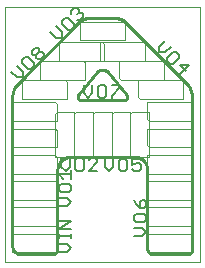
<source format=gto>
G75*
%MOIN*%
%OFA0B0*%
%FSLAX24Y24*%
%IPPOS*%
%LPD*%
%AMOC8*
5,1,8,0,0,1.08239X$1,22.5*
%
%ADD10C,0.0000*%
%ADD11C,0.0100*%
%ADD12C,0.0040*%
%ADD13C,0.0080*%
D10*
X002392Y002517D02*
X002392Y011017D01*
X008892Y011017D01*
X008892Y002517D01*
X002392Y002517D01*
D11*
X002642Y003046D02*
X002642Y008008D01*
X002825Y008450D02*
X004870Y010495D01*
X005224Y010642D02*
X006035Y010642D01*
X006430Y010478D02*
X008428Y008480D01*
X008642Y007965D02*
X008642Y002943D01*
X008640Y002918D01*
X008635Y002893D01*
X008626Y002869D01*
X008614Y002847D01*
X008599Y002827D01*
X008581Y002809D01*
X008561Y002794D01*
X008539Y002782D01*
X008515Y002773D01*
X008490Y002768D01*
X008465Y002766D01*
X008465Y002767D02*
X007318Y002767D01*
X007318Y002766D02*
X007293Y002768D01*
X007268Y002773D01*
X007244Y002782D01*
X007222Y002794D01*
X007202Y002809D01*
X007184Y002827D01*
X007169Y002847D01*
X007157Y002869D01*
X007148Y002893D01*
X007143Y002918D01*
X007141Y002943D01*
X007142Y002943D02*
X007142Y005566D01*
X007140Y005608D01*
X007134Y005649D01*
X007125Y005689D01*
X007112Y005729D01*
X007095Y005767D01*
X007074Y005803D01*
X007051Y005838D01*
X007024Y005870D01*
X006995Y005899D01*
X006963Y005926D01*
X006928Y005949D01*
X006892Y005970D01*
X006854Y005987D01*
X006814Y006000D01*
X006774Y006009D01*
X006733Y006015D01*
X006691Y006017D01*
X004592Y006017D01*
X004550Y006015D01*
X004509Y006009D01*
X004469Y006000D01*
X004429Y005987D01*
X004391Y005970D01*
X004355Y005949D01*
X004320Y005926D01*
X004288Y005899D01*
X004259Y005870D01*
X004232Y005838D01*
X004209Y005803D01*
X004188Y005767D01*
X004171Y005729D01*
X004158Y005689D01*
X004149Y005649D01*
X004143Y005608D01*
X004141Y005566D01*
X004142Y005566D02*
X004142Y002943D01*
X004140Y002918D01*
X004135Y002893D01*
X004126Y002869D01*
X004114Y002847D01*
X004099Y002827D01*
X004081Y002809D01*
X004061Y002794D01*
X004039Y002782D01*
X004015Y002773D01*
X003990Y002768D01*
X003965Y002766D01*
X003965Y002767D02*
X002921Y002767D01*
X002921Y002766D02*
X002890Y002768D01*
X002859Y002773D01*
X002829Y002782D01*
X002800Y002794D01*
X002772Y002809D01*
X002746Y002827D01*
X002723Y002848D01*
X002702Y002871D01*
X002684Y002897D01*
X002669Y002925D01*
X002657Y002954D01*
X002648Y002984D01*
X002643Y003015D01*
X002641Y003046D01*
X004943Y007892D02*
X006340Y007892D01*
X006361Y007894D01*
X006381Y007899D01*
X006400Y007908D01*
X006418Y007919D01*
X006433Y007934D01*
X006446Y007950D01*
X006455Y007969D01*
X006462Y007989D01*
X006465Y008010D01*
X006464Y008031D01*
X006460Y008052D01*
X006453Y008071D01*
X006442Y008089D01*
X006428Y008105D01*
X005818Y008840D01*
X005819Y008840D02*
X005796Y008860D01*
X005771Y008877D01*
X005745Y008891D01*
X005716Y008902D01*
X005687Y008909D01*
X005657Y008913D01*
X005627Y008913D01*
X005597Y008909D01*
X005568Y008902D01*
X005539Y008891D01*
X005513Y008877D01*
X005488Y008860D01*
X005465Y008840D01*
X004855Y008105D01*
X004841Y008089D01*
X004830Y008071D01*
X004823Y008052D01*
X004819Y008031D01*
X004818Y008010D01*
X004821Y007989D01*
X004828Y007969D01*
X004837Y007950D01*
X004850Y007934D01*
X004865Y007919D01*
X004883Y007908D01*
X004902Y007899D01*
X004922Y007894D01*
X004943Y007892D01*
X002825Y008450D02*
X002792Y008414D01*
X002761Y008375D01*
X002734Y008335D01*
X002710Y008292D01*
X002690Y008247D01*
X002673Y008201D01*
X002659Y008154D01*
X002650Y008106D01*
X002644Y008057D01*
X002642Y008008D01*
X004870Y010496D02*
X004903Y010525D01*
X004937Y010552D01*
X004974Y010575D01*
X005013Y010595D01*
X005053Y010612D01*
X005095Y010625D01*
X005137Y010634D01*
X005180Y010640D01*
X005224Y010642D01*
X006035Y010642D02*
X006079Y010640D01*
X006122Y010635D01*
X006165Y010627D01*
X006208Y010615D01*
X006249Y010599D01*
X006289Y010581D01*
X006327Y010560D01*
X006364Y010535D01*
X006398Y010508D01*
X006430Y010478D01*
X008428Y008480D02*
X008464Y008442D01*
X008497Y008402D01*
X008526Y008359D01*
X008553Y008314D01*
X008576Y008268D01*
X008596Y008220D01*
X008612Y008170D01*
X008625Y008120D01*
X008635Y008069D01*
X008640Y008017D01*
X008642Y007965D01*
D12*
X008642Y007829D02*
X008642Y007204D01*
X007204Y007204D01*
X007142Y007267D01*
X007142Y007829D01*
X008642Y007829D01*
X008329Y007954D02*
X006892Y007954D01*
X006829Y008017D01*
X006829Y008579D01*
X008329Y008579D01*
X008329Y007954D01*
X007704Y008579D02*
X006267Y008579D01*
X006204Y008642D01*
X006204Y009204D01*
X007704Y009204D01*
X007704Y008579D01*
X007079Y009204D02*
X005579Y009204D01*
X005579Y009829D01*
X007017Y009829D01*
X007079Y009767D01*
X007079Y009204D01*
X006392Y009892D02*
X004892Y009892D01*
X004892Y010517D01*
X006329Y010517D01*
X006392Y010454D01*
X006392Y009892D01*
X005704Y009767D02*
X005704Y009204D01*
X004204Y009204D01*
X004204Y009829D01*
X005642Y009829D01*
X005704Y009767D01*
X005079Y009142D02*
X005017Y009204D01*
X003579Y009204D01*
X003579Y008579D01*
X005079Y008579D01*
X005079Y009142D01*
X004454Y008517D02*
X004392Y008579D01*
X002954Y008579D01*
X002954Y007954D01*
X004454Y007954D01*
X004454Y008517D01*
X004079Y007829D02*
X004142Y007767D01*
X004142Y007204D01*
X002642Y007204D01*
X002642Y007829D01*
X004079Y007829D01*
X004142Y007517D02*
X004079Y007454D01*
X004079Y006017D01*
X004704Y006017D01*
X004704Y007517D01*
X004142Y007517D01*
X004704Y007454D02*
X004767Y007517D01*
X005329Y007517D01*
X005329Y006017D01*
X004704Y006017D01*
X004704Y007454D01*
X005329Y007454D02*
X005392Y007517D01*
X005954Y007517D01*
X005954Y006017D01*
X005329Y006017D01*
X005329Y007454D01*
X005954Y007454D02*
X006017Y007517D01*
X006579Y007517D01*
X006579Y006017D01*
X006579Y007454D01*
X006642Y007517D01*
X007204Y007517D01*
X007204Y006017D01*
X006579Y006017D01*
X005954Y006017D01*
X005954Y007454D01*
X007142Y006954D02*
X007142Y006392D01*
X007204Y006329D01*
X008642Y006329D01*
X008642Y006954D01*
X007142Y006954D01*
X007142Y006079D02*
X008642Y006079D01*
X008642Y005454D01*
X007204Y005454D01*
X007142Y005517D01*
X007142Y006079D01*
X007142Y005204D02*
X008642Y005204D01*
X008642Y004579D01*
X007204Y004579D01*
X007142Y004642D01*
X007142Y005204D01*
X007142Y004329D02*
X008642Y004329D01*
X008642Y003704D01*
X007204Y003704D01*
X007142Y003767D01*
X007142Y004329D01*
X007142Y003454D02*
X008642Y003454D01*
X008642Y002829D01*
X007204Y002829D01*
X007142Y002892D01*
X007142Y003454D01*
X004142Y003392D02*
X004142Y002829D01*
X002642Y002829D01*
X002642Y003454D01*
X004079Y003454D01*
X004142Y003392D01*
X004142Y003704D02*
X002642Y003704D01*
X002642Y004329D01*
X004079Y004329D01*
X004142Y004267D01*
X004142Y003704D01*
X004142Y004579D02*
X002642Y004579D01*
X002642Y005204D01*
X004079Y005204D01*
X004142Y005142D01*
X004142Y004579D01*
X004142Y005454D02*
X002642Y005454D01*
X002642Y006079D01*
X004079Y006079D01*
X004142Y006017D01*
X004142Y005454D01*
X004142Y006329D02*
X002642Y006329D01*
X002642Y006954D01*
X004079Y006954D01*
X004142Y006892D01*
X004142Y006329D01*
D13*
X004275Y005965D02*
X004275Y005684D01*
X004416Y005544D01*
X004556Y005684D01*
X004556Y005965D01*
X004736Y005894D02*
X004736Y005614D01*
X004806Y005544D01*
X004946Y005544D01*
X005016Y005614D01*
X005016Y005894D01*
X004946Y005965D01*
X004806Y005965D01*
X004736Y005894D01*
X004602Y005564D02*
X004602Y005284D01*
X004602Y005424D02*
X004181Y005424D01*
X004321Y005284D01*
X004251Y005104D02*
X004181Y005034D01*
X004181Y004893D01*
X004251Y004823D01*
X004532Y004823D01*
X004602Y004893D01*
X004602Y005034D01*
X004532Y005104D01*
X004251Y005104D01*
X004181Y004643D02*
X004462Y004643D01*
X004602Y004503D01*
X004462Y004363D01*
X004181Y004363D01*
X004181Y003877D02*
X004602Y003877D01*
X004181Y003596D01*
X004602Y003596D01*
X004602Y003429D02*
X004602Y003289D01*
X004602Y003359D02*
X004181Y003359D01*
X004181Y003289D02*
X004181Y003429D01*
X004181Y003109D02*
X004462Y003109D01*
X004602Y002969D01*
X004462Y002829D01*
X004181Y002829D01*
X006681Y003369D02*
X006962Y003369D01*
X007102Y003509D01*
X006962Y003649D01*
X006681Y003649D01*
X006751Y003830D02*
X006681Y003900D01*
X006681Y004040D01*
X006751Y004110D01*
X007032Y004110D01*
X007102Y004040D01*
X007102Y003900D01*
X007032Y003830D01*
X006751Y003830D01*
X006891Y004290D02*
X006891Y004500D01*
X006962Y004570D01*
X007032Y004570D01*
X007102Y004500D01*
X007102Y004360D01*
X007032Y004290D01*
X006891Y004290D01*
X006751Y004430D01*
X006681Y004570D01*
X006711Y005526D02*
X006641Y005596D01*
X006711Y005526D02*
X006852Y005526D01*
X006922Y005596D01*
X006922Y005736D01*
X006852Y005806D01*
X006781Y005806D01*
X006641Y005736D01*
X006641Y005946D01*
X006922Y005946D01*
X006461Y005876D02*
X006461Y005596D01*
X006391Y005526D01*
X006251Y005526D01*
X006181Y005596D01*
X006181Y005876D01*
X006251Y005946D01*
X006391Y005946D01*
X006461Y005876D01*
X006001Y005946D02*
X006001Y005666D01*
X005861Y005526D01*
X005721Y005666D01*
X005721Y005946D01*
X005477Y005894D02*
X005406Y005965D01*
X005266Y005965D01*
X005196Y005894D01*
X005477Y005894D02*
X005477Y005824D01*
X005196Y005544D01*
X005477Y005544D01*
X005556Y007982D02*
X005696Y007982D01*
X005766Y008052D01*
X005766Y008332D01*
X005696Y008402D01*
X005556Y008402D01*
X005486Y008332D01*
X005486Y008052D01*
X005556Y007982D01*
X005306Y008122D02*
X005306Y008402D01*
X005306Y008122D02*
X005166Y007982D01*
X005025Y008122D01*
X005025Y008402D01*
X005946Y008402D02*
X006227Y008402D01*
X006227Y008332D01*
X005946Y008052D01*
X005946Y007982D01*
X007529Y009488D02*
X007727Y009488D01*
X007925Y009686D01*
X008003Y009509D02*
X007805Y009311D01*
X007805Y009212D01*
X007904Y009113D01*
X008003Y009113D01*
X008201Y009311D01*
X008201Y009410D01*
X008102Y009509D01*
X008003Y009509D01*
X007727Y009884D02*
X007529Y009686D01*
X007529Y009488D01*
X008230Y009084D02*
X008428Y008886D01*
X008527Y009084D02*
X008230Y009084D01*
X008230Y008787D02*
X008527Y009084D01*
X005006Y010669D02*
X004907Y010570D01*
X004808Y010570D01*
X004680Y010443D02*
X004482Y010641D01*
X004383Y010641D01*
X004284Y010542D01*
X004284Y010443D01*
X004482Y010245D01*
X004581Y010245D01*
X004680Y010344D01*
X004680Y010443D01*
X004610Y010768D02*
X004610Y010867D01*
X004709Y010967D01*
X004808Y010967D01*
X004857Y010917D01*
X004857Y010818D01*
X004956Y010818D01*
X005006Y010768D01*
X005006Y010669D01*
X004857Y010818D02*
X004808Y010768D01*
X004305Y010167D02*
X004107Y010365D01*
X003909Y010167D02*
X004107Y009969D01*
X004305Y009969D01*
X004305Y010167D01*
X003632Y009504D02*
X003682Y009454D01*
X003682Y009355D01*
X003583Y009256D01*
X003484Y009256D01*
X003434Y009306D01*
X003434Y009405D01*
X003533Y009504D01*
X003632Y009504D01*
X003533Y009504D02*
X003533Y009603D01*
X003484Y009653D01*
X003385Y009653D01*
X003286Y009553D01*
X003286Y009454D01*
X003335Y009405D01*
X003434Y009405D01*
X003356Y009129D02*
X003158Y009327D01*
X003059Y009327D01*
X002960Y009228D01*
X002960Y009129D01*
X003158Y008931D01*
X003257Y008931D01*
X003356Y009030D01*
X003356Y009129D01*
X002981Y008853D02*
X002783Y009051D01*
X002585Y008853D02*
X002783Y008655D01*
X002981Y008655D01*
X002981Y008853D01*
M02*

</source>
